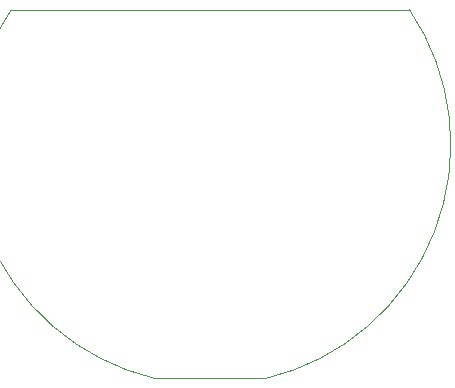
<source format=gbr>
%TF.GenerationSoftware,KiCad,Pcbnew,9.0.6*%
%TF.CreationDate,2026-01-06T14:18:23+01:00*%
%TF.ProjectId,EnviroLind,456e7669-726f-44c6-996e-642e6b696361,rev?*%
%TF.SameCoordinates,Original*%
%TF.FileFunction,Profile,NP*%
%FSLAX46Y46*%
G04 Gerber Fmt 4.6, Leading zero omitted, Abs format (unit mm)*
G04 Created by KiCad (PCBNEW 9.0.6) date 2026-01-06 14:18:23*
%MOMM*%
%LPD*%
G01*
G04 APERTURE LIST*
%TA.AperFunction,Profile*%
%ADD10C,0.050000*%
%TD*%
G04 APERTURE END LIST*
D10*
X96902928Y-121410373D02*
G75*
G02*
X84734400Y-90195400I4697072J19810373D01*
G01*
X84734400Y-90195400D02*
X118465600Y-90195400D01*
X118465600Y-90195400D02*
G75*
G02*
X106298532Y-121410027I-16865600J-11404600D01*
G01*
X106298532Y-121410026D02*
X96902930Y-121410373D01*
M02*

</source>
